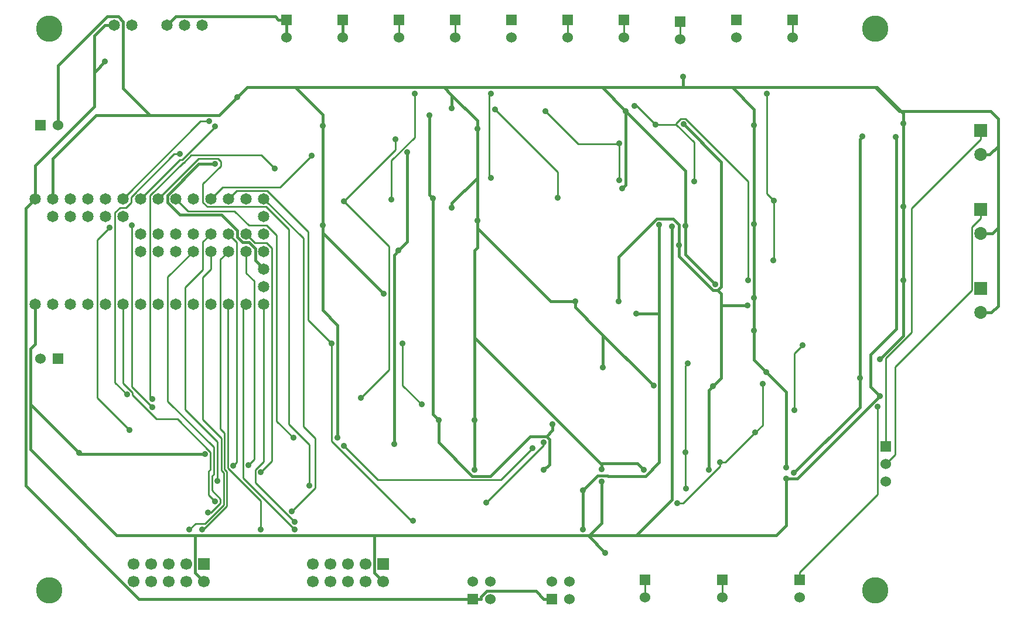
<source format=gbl>
%TF.GenerationSoftware,KiCad,Pcbnew,5.1.7-a382d34a8~87~ubuntu18.04.1*%
%TF.CreationDate,2021-02-16T09:57:15-08:00*%
%TF.ProjectId,potentiostat,706f7465-6e74-4696-9f73-7461742e6b69,rev?*%
%TF.SameCoordinates,Original*%
%TF.FileFunction,Copper,L2,Bot*%
%TF.FilePolarity,Positive*%
%FSLAX46Y46*%
G04 Gerber Fmt 4.6, Leading zero omitted, Abs format (unit mm)*
G04 Created by KiCad (PCBNEW 5.1.7-a382d34a8~87~ubuntu18.04.1) date 2021-02-16 09:57:15*
%MOMM*%
%LPD*%
G01*
G04 APERTURE LIST*
%TA.AperFunction,ComponentPad*%
%ADD10R,1.524000X1.524000*%
%TD*%
%TA.AperFunction,ComponentPad*%
%ADD11C,1.524000*%
%TD*%
%TA.AperFunction,ComponentPad*%
%ADD12C,1.854200*%
%TD*%
%TA.AperFunction,ComponentPad*%
%ADD13R,1.854200X1.854200*%
%TD*%
%TA.AperFunction,ComponentPad*%
%ADD14C,1.700000*%
%TD*%
%TA.AperFunction,ComponentPad*%
%ADD15R,1.700000X1.700000*%
%TD*%
%TA.AperFunction,ComponentPad*%
%ADD16C,1.650000*%
%TD*%
%TA.AperFunction,ComponentPad*%
%ADD17C,3.810000*%
%TD*%
%TA.AperFunction,ComponentPad*%
%ADD18C,1.651000*%
%TD*%
%TA.AperFunction,ViaPad*%
%ADD19C,0.889000*%
%TD*%
%TA.AperFunction,Conductor*%
%ADD20C,0.381000*%
%TD*%
%TA.AperFunction,Conductor*%
%ADD21C,0.254000*%
%TD*%
G04 APERTURE END LIST*
D10*
%TO.P,P5,1*%
%TO.N,/AGND*%
X53340000Y-68580000D03*
D11*
%TO.P,P5,2*%
X55880000Y-68580000D03*
%TD*%
D10*
%TO.P,K1,1*%
%TO.N,/CTR_ELECT_OUT*%
X175514000Y-115062000D03*
D11*
%TO.P,K1,2*%
%TO.N,/REF_ELECT_OUT*%
X175514000Y-117602000D03*
%TO.P,K1,3*%
%TO.N,/WRK_ELECT_OUT*%
X175514000Y-120142000D03*
%TD*%
D12*
%TO.P,P1,2*%
%TO.N,/AGND*%
X189230000Y-72870060D03*
D13*
%TO.P,P1,1*%
%TO.N,/CTR_ELECT_OUT*%
X189230000Y-69369940D03*
%TD*%
D12*
%TO.P,P2,2*%
%TO.N,/AGND*%
X189230000Y-84300060D03*
D13*
%TO.P,P2,1*%
%TO.N,/REF_ELECT_OUT*%
X189230000Y-80799940D03*
%TD*%
D12*
%TO.P,P3,2*%
%TO.N,/AGND*%
X189230000Y-95730060D03*
D13*
%TO.P,P3,1*%
%TO.N,/WRK_ELECT_OUT*%
X189230000Y-92229940D03*
%TD*%
D14*
%TO.P,P14,10*%
%TO.N,/D31*%
X66802000Y-134620000D03*
%TO.P,P14,9*%
%TO.N,/D30*%
X66802000Y-132080000D03*
%TO.P,P14,8*%
%TO.N,/D29*%
X69342000Y-134620000D03*
%TO.P,P14,7*%
%TO.N,/D28*%
X69342000Y-132080000D03*
%TO.P,P14,6*%
%TO.N,/D27*%
X71882000Y-134620000D03*
%TO.P,P14,5*%
%TO.N,/D26*%
X71882000Y-132080000D03*
%TO.P,P14,4*%
%TO.N,/D25*%
X74422000Y-134620000D03*
%TO.P,P14,3*%
%TO.N,/D24*%
X74422000Y-132080000D03*
%TO.P,P14,2*%
%TO.N,/GND*%
X76962000Y-134620000D03*
D15*
%TO.P,P14,1*%
%TO.N,/VEXP*%
X76962000Y-132080000D03*
%TD*%
D14*
%TO.P,P13,10*%
%TO.N,/CS*%
X92710000Y-134620000D03*
%TO.P,P13,9*%
%TO.N,/SCK*%
X92710000Y-132080000D03*
%TO.P,P13,8*%
%TO.N,/MOSI*%
X95250000Y-134620000D03*
%TO.P,P13,7*%
%TO.N,/MISO*%
X95250000Y-132080000D03*
%TO.P,P13,6*%
%TO.N,/SDA*%
X97790000Y-134620000D03*
%TO.P,P13,5*%
%TO.N,/SCL*%
X97790000Y-132080000D03*
%TO.P,P13,4*%
%TO.N,/D4*%
X100330000Y-134620000D03*
%TO.P,P13,3*%
%TO.N,/D3*%
X100330000Y-132080000D03*
%TO.P,P13,2*%
%TO.N,/GND*%
X102870000Y-134620000D03*
D15*
%TO.P,P13,1*%
%TO.N,/VUEXT*%
X102870000Y-132080000D03*
%TD*%
D16*
%TO.P,U2,*%
%TO.N,*%
X57658000Y-81788000D03*
%TO.P,U2,51*%
%TO.N,Net-(U2-Pad51)*%
X55118000Y-81788000D03*
%TO.P,U2,50*%
%TO.N,Net-(U2-Pad50)*%
X60198000Y-81788000D03*
%TO.P,U2,49*%
%TO.N,Net-(U2-Pad49)*%
X62738000Y-81788000D03*
%TO.P,U2,48*%
%TO.N,Net-(U2-Pad48)*%
X65278000Y-81788000D03*
%TO.P,U2,47*%
%TO.N,Net-(U2-Pad47)*%
X67818000Y-84328000D03*
%TO.P,U2,46*%
%TO.N,Net-(U2-Pad46)*%
X70358000Y-84328000D03*
%TO.P,U2,45*%
%TO.N,Net-(U2-Pad45)*%
X72898000Y-84328000D03*
%TO.P,U2,44*%
%TO.N,Net-(U2-Pad44)*%
X75438000Y-84328000D03*
%TO.P,U2,43*%
%TO.N,/D31*%
X77978000Y-84328000D03*
%TO.P,U2,42*%
%TO.N,/D30*%
X80518000Y-84328000D03*
%TO.P,U2,41*%
%TO.N,/D29*%
X83058000Y-84328000D03*
%TO.P,U2,40*%
%TO.N,/D28*%
X83058000Y-86868000D03*
%TO.P,U2,39*%
%TO.N,/D27*%
X80518000Y-86868000D03*
%TO.P,U2,38*%
%TO.N,/D26*%
X77978000Y-86868000D03*
%TO.P,U2,37*%
%TO.N,/D25*%
X75438000Y-86868000D03*
%TO.P,U2,36*%
%TO.N,/D24*%
X72898000Y-86868000D03*
%TO.P,U2,35*%
%TO.N,Net-(U2-Pad35)*%
X70358000Y-86868000D03*
%TO.P,U2,34*%
%TO.N,Net-(U2-Pad34)*%
X67818000Y-86868000D03*
%TO.P,U2,33*%
%TO.N,/5V*%
X52578000Y-79248000D03*
%TO.P,U2,32*%
%TO.N,/AGND*%
X55118000Y-79248000D03*
%TO.P,U2,31*%
%TO.N,Net-(U2-Pad31)*%
X57658000Y-79248000D03*
%TO.P,U2,30*%
%TO.N,Net-(U2-Pad30)*%
X60198000Y-79248000D03*
%TO.P,U2,29*%
%TO.N,Net-(U2-Pad29)*%
X62738000Y-79248000D03*
%TO.P,U2,28*%
%TO.N,/REF_GAIN_A1*%
X65278000Y-79248000D03*
%TO.P,U2,27*%
%TO.N,/REF_GAIN_A0*%
X67818000Y-79248000D03*
%TO.P,U2,26*%
%TO.N,/SCL*%
X70358000Y-79248000D03*
%TO.P,U2,25*%
%TO.N,/SDA*%
X72898000Y-79248000D03*
%TO.P,U2,24*%
%TO.N,Net-(U2-Pad24)*%
X75438000Y-79248000D03*
%TO.P,U2,23*%
%TO.N,/REF_ELECT_UNI*%
X77978000Y-79248000D03*
%TO.P,U2,22*%
%TO.N,/TIA_OUT_UNI*%
X80518000Y-79248000D03*
%TO.P,U2,21*%
%TO.N,Net-(U2-Pad21)*%
X83058000Y-79248000D03*
%TO.P,U2,20*%
%TO.N,/SCK*%
X85598000Y-79248000D03*
%TO.P,U2,19*%
%TO.N,/DAC_UNI*%
X85598000Y-81788000D03*
%TO.P,U2,18*%
%TO.N,Net-(U2-Pad18)*%
X85598000Y-84328000D03*
%TO.P,U2,17*%
%TO.N,/GND*%
X85598000Y-86868000D03*
%TO.P,U2,16*%
%TO.N,/3V3*%
X85598000Y-89408000D03*
%TO.P,U2,15*%
%TO.N,Net-(U2-Pad15)*%
X85598000Y-91948000D03*
%TO.P,U2,14*%
%TO.N,/MISO*%
X85598000Y-94488000D03*
%TO.P,U2,13*%
%TO.N,/MOSI*%
X83058000Y-94488000D03*
%TO.P,U2,12*%
%TO.N,/CS*%
X80518000Y-94488000D03*
%TO.P,U2,11*%
%TO.N,/SW_WRK_ELECT*%
X77978000Y-94488000D03*
%TO.P,U2,10*%
%TO.N,/SW_REF_ELECT*%
X75438000Y-94488000D03*
%TO.P,U2,9*%
%TO.N,/SW_CTR_ELECT*%
X72898000Y-94488000D03*
%TO.P,U2,8*%
%TO.N,/TIA_GAIN_A1*%
X70358000Y-94488000D03*
%TO.P,U2,7*%
%TO.N,/TIA_GAIN_A0*%
X67818000Y-94488000D03*
%TO.P,U2,6*%
%TO.N,/D4*%
X65278000Y-94488000D03*
%TO.P,U2,5*%
%TO.N,/D3*%
X62738000Y-94488000D03*
%TO.P,U2,4*%
%TO.N,Net-(U2-Pad4)*%
X60198000Y-94488000D03*
%TO.P,U2,3*%
%TO.N,/DAC_GAIN_A1*%
X57658000Y-94488000D03*
%TO.P,U2,2*%
%TO.N,/DAC_GAIN_A0*%
X55118000Y-94488000D03*
%TO.P,U2,1*%
%TO.N,/GND*%
X52578000Y-94488000D03*
%TD*%
D10*
%TO.P,P7,1*%
%TO.N,/DAC_BIP*%
X129540000Y-53340000D03*
D11*
%TO.P,P7,2*%
X129540000Y-55880000D03*
%TD*%
D10*
%TO.P,P9,1*%
%TO.N,/DAC_BIP_NX*%
X137668000Y-53340000D03*
D11*
%TO.P,P9,2*%
X137668000Y-55880000D03*
%TD*%
D10*
%TO.P,P20,1*%
%TO.N,/CTR_ELECT*%
X163068000Y-134366000D03*
D11*
%TO.P,P20,2*%
X163068000Y-136906000D03*
%TD*%
%TO.P,P21,2*%
%TO.N,/REF_ELECT_UNI*%
X145796000Y-56134000D03*
D10*
%TO.P,P21,1*%
X145796000Y-53594000D03*
%TD*%
%TO.P,P19,1*%
%TO.N,/REF_ELECT_BUF*%
X153924000Y-53340000D03*
D11*
%TO.P,P19,2*%
X153924000Y-55880000D03*
%TD*%
D10*
%TO.P,P6,1*%
%TO.N,/DAC_UNI*%
X121412000Y-53340000D03*
D11*
%TO.P,P6,2*%
X121412000Y-55880000D03*
%TD*%
D10*
%TO.P,P10,1*%
%TO.N,/REF_0V6*%
X105156000Y-53340000D03*
D11*
%TO.P,P10,2*%
X105156000Y-55880000D03*
%TD*%
D10*
%TO.P,P12,1*%
%TO.N,/+15V*%
X97028000Y-53340000D03*
D11*
%TO.P,P12,2*%
X97028000Y-55880000D03*
%TD*%
D10*
%TO.P,P11,1*%
%TO.N,/-15V*%
X88900000Y-53340000D03*
D11*
%TO.P,P11,2*%
X88900000Y-55880000D03*
%TD*%
D10*
%TO.P,P4,1*%
%TO.N,/GND*%
X55880000Y-102362000D03*
D11*
%TO.P,P4,2*%
X53340000Y-102362000D03*
%TD*%
D10*
%TO.P,P18,1*%
%TO.N,/TIA_OUT_UNI*%
X140716000Y-134366000D03*
D11*
%TO.P,P18,2*%
X140716000Y-136906000D03*
%TD*%
D10*
%TO.P,P17,1*%
%TO.N,/TIA_OUT_BIP*%
X151892000Y-134366000D03*
D11*
%TO.P,P17,2*%
X151892000Y-136906000D03*
%TD*%
D10*
%TO.P,P8,1*%
%TO.N,/REF_NEG_0V6*%
X113284000Y-53340000D03*
D11*
%TO.P,P8,2*%
X113284000Y-55880000D03*
%TD*%
D10*
%TO.P,P16,1*%
%TO.N,/5V*%
X127254000Y-137160000D03*
D11*
%TO.P,P16,2*%
%TO.N,/VEXP*%
X127254000Y-134620000D03*
%TO.P,P16,3*%
%TO.N,/3V3*%
X129794000Y-137160000D03*
%TO.P,P16,4*%
%TO.N,/VEXP*%
X129794000Y-134620000D03*
%TD*%
D10*
%TO.P,P15,1*%
%TO.N,/5V*%
X115824000Y-137160000D03*
D11*
%TO.P,P15,2*%
%TO.N,/VUEXT*%
X115824000Y-134620000D03*
%TO.P,P15,3*%
%TO.N,/3V3*%
X118364000Y-137160000D03*
%TO.P,P15,4*%
%TO.N,/VUEXT*%
X118364000Y-134620000D03*
%TD*%
D17*
%TO.P,H3,*%
%TO.N,*%
X173990000Y-135890000D03*
%TD*%
%TO.P,H4,*%
%TO.N,*%
X54610000Y-135890000D03*
%TD*%
%TO.P,H1,*%
%TO.N,*%
X54610000Y-54610000D03*
%TD*%
%TO.P,H2,*%
%TO.N,*%
X173990000Y-54610000D03*
%TD*%
D18*
%TO.P,U6,1*%
%TO.N,/5V*%
X64008000Y-54102000D03*
%TO.P,U6,2*%
%TO.N,/GND*%
X66548000Y-54102000D03*
%TO.P,U6,4*%
%TO.N,/-15V*%
X71628000Y-54102000D03*
%TO.P,U6,5*%
%TO.N,/GND*%
X74168000Y-54102000D03*
%TO.P,U6,6*%
%TO.N,/+15V*%
X76708000Y-54102000D03*
%TD*%
D10*
%TO.P,P22,1*%
%TO.N,/REF_ELECT_BIP*%
X162052000Y-53340000D03*
D11*
%TO.P,P22,2*%
X162052000Y-55880000D03*
%TD*%
D19*
%TO.N,/3V3*%
X162229500Y-118895000D03*
X131732500Y-121395900D03*
X131732500Y-127097600D03*
X139429000Y-95893800D03*
X142761400Y-83006300D03*
X171751100Y-105157100D03*
X172149700Y-70231000D03*
X78598400Y-74205700D03*
%TO.N,/5V*%
X62664800Y-59395600D03*
%TO.N,/AGND*%
X161087000Y-118110000D03*
X140513000Y-118466000D03*
X134620000Y-103632000D03*
X141935000Y-106274000D03*
X174650000Y-102464000D03*
X158191000Y-104292000D03*
X156464000Y-98298000D03*
X150876000Y-91592400D03*
X130607000Y-94081600D03*
X134417000Y-118364000D03*
X116078000Y-118466000D03*
X116078000Y-111252000D03*
X96266000Y-113792000D03*
X102921000Y-92964000D03*
X112776000Y-80518000D03*
X112776000Y-66167000D03*
X156464000Y-93599000D03*
X156464000Y-82931000D03*
X178054000Y-91059000D03*
X178054000Y-80391000D03*
X137414000Y-77724000D03*
X137922000Y-66548000D03*
X146558000Y-83185000D03*
X146177000Y-61595000D03*
X156464000Y-68580000D03*
X116459000Y-82423000D03*
X94107000Y-83058000D03*
X116459000Y-69088000D03*
X94107000Y-68707000D03*
X81788000Y-64516000D03*
X178054000Y-68326000D03*
%TO.N,/CS*%
X85182600Y-127092600D03*
%TO.N,/CTR_ELECT*%
X174310200Y-109323600D03*
%TO.N,/D25*%
X77554000Y-124659900D03*
%TO.N,/D26*%
X74857400Y-127105600D03*
%TO.N,/D27*%
X76668200Y-127119300D03*
%TO.N,/D28*%
X83392600Y-117788000D03*
%TO.N,/D29*%
X85155200Y-118827400D03*
%TO.N,/D30*%
X81181300Y-117858800D03*
%TO.N,/D31*%
X78917700Y-120110000D03*
%TO.N,/DAC_BIP*%
X119023200Y-66304600D03*
X128096200Y-79087300D03*
%TO.N,/DAC_BIP_NX*%
X139175300Y-65803000D03*
X142222000Y-68519000D03*
X155623700Y-91059000D03*
X147783300Y-76767200D03*
%TO.N,/DAC_UNI*%
X118400900Y-64024200D03*
X118405800Y-76181900D03*
%TO.N,/GND*%
X176936000Y-70256400D03*
X144628000Y-83210400D03*
X174650000Y-107798000D03*
X161138000Y-119736000D03*
X134976000Y-130454000D03*
X134468000Y-120142000D03*
X77114400Y-116180000D03*
X58877200Y-115976000D03*
%TO.N,/MISO*%
X90045500Y-125970000D03*
%TO.N,/MOSI*%
X90036600Y-127098100D03*
%TO.N,/REF_0V6*%
X107425400Y-64027500D03*
X104085600Y-79385900D03*
%TO.N,/REF_ELECT_BUF*%
X158338300Y-63986000D03*
X159274800Y-88190800D03*
X159350600Y-79530600D03*
%TO.N,/REF_ELECT_UNI*%
X92516100Y-73001700D03*
%TO.N,/SCK*%
X89649200Y-124469600D03*
%TO.N,/SCL*%
X92176600Y-120788700D03*
%TO.N,/SDA*%
X89882700Y-113821400D03*
%TO.N,/TIA_OUT_UNI*%
X107219700Y-125841800D03*
X95418100Y-100203000D03*
%TO.N,/WRK_ELECT*%
X145398500Y-123329100D03*
X151572800Y-117358700D03*
X156658900Y-113026600D03*
X157683900Y-105994400D03*
%TO.N,/-15V*%
X155534900Y-94699900D03*
X146263800Y-68432000D03*
X104449300Y-114760000D03*
X136936700Y-94107000D03*
X106362600Y-72534500D03*
X145593000Y-85945000D03*
X105076400Y-86743000D03*
X149920100Y-118491000D03*
X150504300Y-106369400D03*
%TO.N,/+15V*%
X127326600Y-111871000D03*
X126070700Y-118491000D03*
X110066300Y-79150700D03*
X110903900Y-111252000D03*
X109592200Y-67158300D03*
%TO.N,Net-(C30-Pad1)*%
X105633300Y-100203000D03*
X108414600Y-109013900D03*
%TO.N,/REF_NEG_0V6*%
X99632000Y-108050700D03*
X104656700Y-70621900D03*
X97180200Y-79605700D03*
%TO.N,/D4*%
X78557300Y-122996100D03*
%TO.N,Net-(R10-Pad2)*%
X137002600Y-71184700D03*
X137002500Y-76586800D03*
X126286800Y-66548000D03*
%TO.N,/SW_GAIN_1X*%
X65857800Y-107572600D03*
X73524100Y-72778200D03*
%TO.N,/SW_GAIN_2X*%
X69480700Y-108230800D03*
X87190000Y-74892000D03*
%TO.N,/SW_GAIN_5X*%
X69543900Y-109418100D03*
X66548000Y-83058000D03*
%TO.N,/SW_GAIN_10X*%
X66189600Y-112706600D03*
X63333200Y-83432700D03*
%TO.N,/REF_GAIN_A1*%
X77742500Y-68046100D03*
%TO.N,/REF_GAIN_A0*%
X78555500Y-68796000D03*
%TO.N,/SW_CTR_ELECT*%
X162325500Y-109829500D03*
X163511700Y-100457000D03*
%TO.N,/SW_TIA_GAIN_4*%
X117731500Y-123233700D03*
X126055800Y-114481300D03*
%TO.N,Net-(U7-Pad10)*%
X146626900Y-121178700D03*
X146846500Y-103039600D03*
X146516200Y-115951000D03*
%TO.N,/SW_TIA_GAIN_1*%
X97195100Y-115007300D03*
X124444700Y-115316000D03*
%TD*%
D20*
%TO.N,/3V3*%
X171751100Y-105157100D02*
X171751100Y-109373400D01*
X171751100Y-109373400D02*
X162229500Y-118895000D01*
X142761400Y-95893800D02*
X139429000Y-95893800D01*
X131732500Y-121395900D02*
X131732500Y-127097600D01*
X142761400Y-95893800D02*
X142773500Y-95905900D01*
X142773500Y-95905900D02*
X142773500Y-117405500D01*
X142773500Y-117405500D02*
X140810900Y-119368100D01*
X140810900Y-119368100D02*
X135370100Y-119368100D01*
X135370100Y-119368100D02*
X135300900Y-119298900D01*
X135300900Y-119298900D02*
X133829500Y-119298900D01*
X133829500Y-119298900D02*
X131732500Y-121395900D01*
X85598000Y-89408000D02*
X84378900Y-88188900D01*
X84378900Y-88188900D02*
X84378900Y-86445700D01*
X84378900Y-86445700D02*
X83480300Y-85547100D01*
X83480300Y-85547100D02*
X82546500Y-85547100D01*
X82546500Y-85547100D02*
X81788000Y-84788600D01*
X81788000Y-84788600D02*
X81788000Y-83843800D01*
X81788000Y-83843800D02*
X79480800Y-81536600D01*
X79480800Y-81536600D02*
X73456600Y-81536600D01*
X73456600Y-81536600D02*
X71679000Y-79759000D01*
X71679000Y-79759000D02*
X71679000Y-78719300D01*
X71679000Y-78719300D02*
X76192600Y-74205700D01*
X76192600Y-74205700D02*
X78598400Y-74205700D01*
X172149700Y-70231000D02*
X171751100Y-70629600D01*
X171751100Y-70629600D02*
X171751100Y-105157100D01*
X142761400Y-95893800D02*
X142761400Y-83006300D01*
%TO.N,/5V*%
X115824000Y-137160000D02*
X67577900Y-137160000D01*
X67577900Y-137160000D02*
X51204100Y-120786200D01*
X51204100Y-120786200D02*
X51204100Y-80621900D01*
X51204100Y-80621900D02*
X52578000Y-79248000D01*
X116402000Y-137160000D02*
X115824000Y-137160000D01*
X116402000Y-137160000D02*
X116980000Y-137160000D01*
X127254000Y-137160000D02*
X126098000Y-137160000D01*
X116980000Y-137160000D02*
X116980000Y-136871000D01*
X116980000Y-136871000D02*
X117847000Y-136004000D01*
X117847000Y-136004000D02*
X124942000Y-136004000D01*
X124942000Y-136004000D02*
X126098000Y-137160000D01*
X61087000Y-60769500D02*
X61290900Y-60769500D01*
X61290900Y-60769500D02*
X62664800Y-59395600D01*
X61087000Y-60769500D02*
X61087000Y-55626000D01*
X61087000Y-55626000D02*
X62611000Y-54102000D01*
X62611000Y-54102000D02*
X64008000Y-54102000D01*
X52578000Y-79248000D02*
X52578000Y-74422000D01*
X52578000Y-74422000D02*
X61087000Y-65913000D01*
X61087000Y-65913000D02*
X61087000Y-60769500D01*
%TO.N,/AGND*%
X69180200Y-67183000D02*
X65278000Y-63280800D01*
X65278000Y-63280800D02*
X65278000Y-53574900D01*
X65278000Y-53574900D02*
X64567500Y-52864400D01*
X64567500Y-52864400D02*
X63019100Y-52864400D01*
X63019100Y-52864400D02*
X55880000Y-60003500D01*
X55880000Y-60003500D02*
X55880000Y-68580000D01*
X69180200Y-67183000D02*
X79121000Y-67183000D01*
X79121000Y-67183000D02*
X81788000Y-64516000D01*
X55118000Y-79248000D02*
X55118000Y-73406000D01*
X55118000Y-73406000D02*
X61341000Y-67183000D01*
X61341000Y-67183000D02*
X69180200Y-67183000D01*
X128626000Y-94081600D02*
X129388000Y-94081600D01*
X116459000Y-83489800D02*
X127051000Y-94081600D01*
X127051000Y-94081600D02*
X128626000Y-94081600D01*
X134493000Y-63119000D02*
X134366000Y-63119000D01*
X146177000Y-63119000D02*
X134493000Y-63119000D01*
X173990000Y-63119000D02*
X153289000Y-63119000D01*
X177673000Y-66548000D02*
X174244000Y-63119000D01*
X174244000Y-63119000D02*
X173990000Y-63119000D01*
X177673000Y-66548000D02*
X190627000Y-66548000D01*
X190627000Y-66548000D02*
X191770000Y-67691000D01*
X191770000Y-67691000D02*
X191770000Y-71628000D01*
X173990000Y-63119000D02*
X177419000Y-66548000D01*
X177419000Y-66548000D02*
X177673000Y-66548000D01*
X178054000Y-68326000D02*
X178054000Y-66929000D01*
X178054000Y-66929000D02*
X177673000Y-66548000D01*
X112776000Y-64262500D02*
X112712000Y-64198500D01*
X116459000Y-69088000D02*
X116459000Y-67945000D01*
X116459000Y-67945000D02*
X112776000Y-64262500D01*
X112776000Y-66167000D02*
X112776000Y-64262500D01*
X94107000Y-84150200D02*
X94107000Y-83058000D01*
X96266000Y-113792000D02*
X96266000Y-97536000D01*
X96266000Y-97536000D02*
X94107000Y-95377000D01*
X94107000Y-95377000D02*
X94107000Y-84150200D01*
X116459000Y-83489800D02*
X116459000Y-82423000D01*
X161087000Y-118110000D02*
X161087000Y-107188000D01*
X161087000Y-107188000D02*
X158191000Y-104292000D01*
X134417000Y-118364000D02*
X134417000Y-117704000D01*
X134417000Y-117704000D02*
X134239000Y-117526000D01*
X134239000Y-117526000D02*
X116078000Y-99364800D01*
X140513000Y-118466000D02*
X139573000Y-117526000D01*
X139573000Y-117526000D02*
X134239000Y-117526000D01*
X141935000Y-106274000D02*
X133960000Y-98298000D01*
X133960000Y-98298000D02*
X130607000Y-94945200D01*
X130607000Y-94945200D02*
X130607000Y-94081600D01*
X134620000Y-103632000D02*
X134620000Y-98958400D01*
X134620000Y-98958400D02*
X133960000Y-98298000D01*
X174650000Y-102464000D02*
X178054000Y-99060000D01*
X178054000Y-99060000D02*
X178054000Y-91059000D01*
X156464000Y-98298000D02*
X156464000Y-102565000D01*
X156464000Y-102565000D02*
X158191000Y-104292000D01*
X156464000Y-93599000D02*
X156464000Y-98298000D01*
X150876000Y-91592400D02*
X146558000Y-87274400D01*
X146558000Y-87274400D02*
X146558000Y-83185000D01*
X130607000Y-94081600D02*
X129388000Y-94081600D01*
X116459000Y-82423000D02*
X116459000Y-83489800D01*
X116078000Y-111252000D02*
X116078000Y-99364800D01*
X116078000Y-99364800D02*
X116078000Y-86715600D01*
X116078000Y-86715600D02*
X116459000Y-86334600D01*
X116459000Y-86334600D02*
X116459000Y-83489800D01*
X116078000Y-111252000D02*
X116078000Y-118466000D01*
X102921000Y-92964000D02*
X94107000Y-84150200D01*
X94107000Y-84150200D02*
X94107000Y-83058000D01*
X116459000Y-69088000D02*
X116459000Y-76200000D01*
X116459000Y-76200000D02*
X116459000Y-82423000D01*
X112776000Y-80518000D02*
X112776000Y-79883000D01*
X112776000Y-79883000D02*
X116459000Y-76200000D01*
X112712000Y-64198500D02*
X111633000Y-63119000D01*
X112776000Y-64262500D02*
X112776000Y-64262000D01*
X112776000Y-64262000D02*
X112712000Y-64198500D01*
X156464000Y-82931000D02*
X156464000Y-93599000D01*
X156464000Y-68580000D02*
X156464000Y-82931000D01*
X178054000Y-80391000D02*
X178054000Y-91059000D01*
X178054000Y-68326000D02*
X178054000Y-80391000D01*
X191770000Y-83439000D02*
X191770000Y-94742000D01*
X191770000Y-94742000D02*
X190782000Y-95730100D01*
X190782000Y-95730100D02*
X189230000Y-95730100D01*
X191770000Y-83439000D02*
X190909000Y-84300100D01*
X190909000Y-84300100D02*
X189230000Y-84300100D01*
X191770000Y-71628000D02*
X191770000Y-83439000D01*
X191770000Y-71628000D02*
X190528000Y-72870100D01*
X190528000Y-72870100D02*
X189230000Y-72870100D01*
X137922000Y-66548000D02*
X137922000Y-77216000D01*
X137922000Y-77216000D02*
X137414000Y-77724000D01*
X134366000Y-63119000D02*
X111633000Y-63119000D01*
X137922000Y-66548000D02*
X134493000Y-63119000D01*
X134493000Y-63119000D02*
X134366000Y-63119000D01*
X146558000Y-83185000D02*
X146558000Y-75184000D01*
X146558000Y-75184000D02*
X137922000Y-66548000D01*
X153289000Y-63119000D02*
X146177000Y-63119000D01*
X146177000Y-61595000D02*
X146177000Y-63119000D01*
X156464000Y-68580000D02*
X156464000Y-66294000D01*
X156464000Y-66294000D02*
X153289000Y-63119000D01*
X94107000Y-68707000D02*
X94107000Y-83058000D01*
X111633000Y-63119000D02*
X90170000Y-63119000D01*
X90170000Y-63119000D02*
X83185000Y-63119000D01*
X83185000Y-63119000D02*
X81788000Y-64516000D01*
X94107000Y-68707000D02*
X94107000Y-67056000D01*
X94107000Y-67056000D02*
X90170000Y-63119000D01*
D21*
%TO.N,/CS*%
X80518000Y-94488000D02*
X80406300Y-94599700D01*
X80406300Y-94599700D02*
X80406300Y-118179800D01*
X80406300Y-118179800D02*
X85182600Y-122956100D01*
X85182600Y-122956100D02*
X85182600Y-127092600D01*
%TO.N,/CTR_ELECT*%
X163068000Y-133273500D02*
X174310200Y-122031300D01*
X174310200Y-122031300D02*
X174310200Y-109323600D01*
X163068000Y-134366000D02*
X163068000Y-133273500D01*
%TO.N,/D25*%
X75438000Y-86868000D02*
X71742000Y-90564000D01*
X71742000Y-90564000D02*
X71742000Y-108519500D01*
X71742000Y-108519500D02*
X78383500Y-115161000D01*
X78383500Y-115161000D02*
X78383500Y-119093800D01*
X78383500Y-119093800D02*
X78118000Y-119359300D01*
X78118000Y-119359300D02*
X78118000Y-121460700D01*
X78118000Y-121460700D02*
X79332300Y-122675000D01*
X79332300Y-122675000D02*
X79332300Y-123317200D01*
X79332300Y-123317200D02*
X77989600Y-124659900D01*
X77989600Y-124659900D02*
X77554000Y-124659900D01*
%TO.N,/D26*%
X77978000Y-86868000D02*
X77978000Y-89395800D01*
X77978000Y-89395800D02*
X76787400Y-90586400D01*
X76787400Y-90586400D02*
X76787400Y-111226200D01*
X76787400Y-111226200D02*
X79491300Y-113930100D01*
X79491300Y-113930100D02*
X79491300Y-118558800D01*
X79491300Y-118558800D02*
X79799900Y-118867400D01*
X79799900Y-118867400D02*
X79799900Y-123533200D01*
X79799900Y-123533200D02*
X77100800Y-126232300D01*
X77100800Y-126232300D02*
X75730700Y-126232300D01*
X75730700Y-126232300D02*
X74857400Y-127105600D01*
%TO.N,/D27*%
X80518000Y-86868000D02*
X79361200Y-88024800D01*
X79361200Y-88024800D02*
X79361200Y-112506000D01*
X79361200Y-112506000D02*
X79948800Y-113093600D01*
X79948800Y-113093600D02*
X79948800Y-118369300D01*
X79948800Y-118369300D02*
X80257600Y-118678100D01*
X80257600Y-118678100D02*
X80257600Y-123745100D01*
X80257600Y-123745100D02*
X76883400Y-127119300D01*
X76883400Y-127119300D02*
X76668200Y-127119300D01*
%TO.N,/D28*%
X83058000Y-86868000D02*
X83058000Y-90000400D01*
X83058000Y-90000400D02*
X84214700Y-91157100D01*
X84214700Y-91157100D02*
X84214700Y-116965900D01*
X84214700Y-116965900D02*
X83392600Y-117788000D01*
%TO.N,/D29*%
X83058000Y-84328000D02*
X84328000Y-85598000D01*
X84328000Y-85598000D02*
X85995600Y-85598000D01*
X85995600Y-85598000D02*
X86768300Y-86370700D01*
X86768300Y-86370700D02*
X86768300Y-117214300D01*
X86768300Y-117214300D02*
X85155200Y-118827400D01*
%TO.N,/D30*%
X80518000Y-84328000D02*
X81712200Y-85522200D01*
X81712200Y-85522200D02*
X81712200Y-117327900D01*
X81712200Y-117327900D02*
X81181300Y-117858800D01*
%TO.N,/D31*%
X77978000Y-84328000D02*
X76822400Y-85483600D01*
X76822400Y-85483600D02*
X76822400Y-89492500D01*
X76822400Y-89492500D02*
X74271400Y-92043500D01*
X74271400Y-92043500D02*
X74271400Y-109777400D01*
X74271400Y-109777400D02*
X78917700Y-114423700D01*
X78917700Y-114423700D02*
X78917700Y-120110000D01*
%TO.N,/DAC_BIP*%
X119023200Y-66304600D02*
X128096200Y-75377600D01*
X128096200Y-75377600D02*
X128096200Y-79087300D01*
X129540000Y-55880000D02*
X129540000Y-53340000D01*
%TO.N,/DAC_BIP_NX*%
X142222000Y-68519000D02*
X139506000Y-65803000D01*
X139506000Y-65803000D02*
X139175300Y-65803000D01*
X145216900Y-68519000D02*
X142222000Y-68519000D01*
X147783300Y-76767200D02*
X147783300Y-71085400D01*
X147783300Y-71085400D02*
X145216900Y-68519000D01*
X145216900Y-68519000D02*
X145216900Y-68315700D01*
X145216900Y-68315700D02*
X145894000Y-67638600D01*
X145894000Y-67638600D02*
X146577400Y-67638600D01*
X146577400Y-67638600D02*
X155623700Y-76684900D01*
X155623700Y-76684900D02*
X155623700Y-91059000D01*
X137668000Y-55880000D02*
X137668000Y-53340000D01*
%TO.N,/DAC_UNI*%
X118400900Y-64024200D02*
X118212000Y-64213100D01*
X118212000Y-64213100D02*
X118212000Y-75988100D01*
X118212000Y-75988100D02*
X118405800Y-76181900D01*
D20*
%TO.N,/GND*%
X75692000Y-127965000D02*
X75692000Y-133350000D01*
X75692000Y-133350000D02*
X76962000Y-134620000D01*
X75692000Y-127965000D02*
X64363600Y-127965000D01*
X64363600Y-127965000D02*
X51866800Y-115468000D01*
X51866800Y-115468000D02*
X51866800Y-115062000D01*
X101600000Y-127965000D02*
X75692000Y-127965000D01*
X101600000Y-127965000D02*
X101600000Y-133350000D01*
X101600000Y-133350000D02*
X102870000Y-134620000D01*
X132283000Y-127965000D02*
X101600000Y-127965000D01*
X51866800Y-115062000D02*
X51866800Y-114960000D01*
X132486000Y-127965000D02*
X132283000Y-127965000D01*
X132639000Y-127965000D02*
X132486000Y-127965000D01*
X139446000Y-127965000D02*
X132639000Y-127965000D01*
X144628000Y-83210400D02*
X144628000Y-122784000D01*
X144628000Y-122784000D02*
X139446000Y-127965000D01*
X174650000Y-107798000D02*
X173330000Y-106477000D01*
X173330000Y-106477000D02*
X173330000Y-101803000D01*
X173330000Y-101803000D02*
X177038000Y-98094800D01*
X177038000Y-98094800D02*
X177038000Y-70358000D01*
X177038000Y-70358000D02*
X176936000Y-70256400D01*
X161138000Y-119736000D02*
X161138000Y-126492000D01*
X161138000Y-126492000D02*
X159664000Y-127965000D01*
X159664000Y-127965000D02*
X139446000Y-127965000D01*
X174650000Y-107798000D02*
X162712000Y-119736000D01*
X162712000Y-119736000D02*
X161138000Y-119736000D01*
X134976000Y-130454000D02*
X132486000Y-127965000D01*
X132486000Y-127965000D02*
X132283000Y-127965000D01*
X77114400Y-116180000D02*
X59080400Y-116180000D01*
X59080400Y-116180000D02*
X58877200Y-115976000D01*
X51866800Y-108966000D02*
X51866800Y-114960000D01*
X51866800Y-114960000D02*
X51866800Y-115062000D01*
X134468000Y-120142000D02*
X134468000Y-126136000D01*
X134468000Y-126136000D02*
X132639000Y-127965000D01*
X52578000Y-94488000D02*
X52578000Y-100228000D01*
X52578000Y-100228000D02*
X51866800Y-100940000D01*
X51866800Y-100940000D02*
X51866800Y-108966000D01*
X51866800Y-108966000D02*
X58877200Y-115976000D01*
D21*
%TO.N,/MISO*%
X85598000Y-94488000D02*
X85598000Y-117288600D01*
X85598000Y-117288600D02*
X84380200Y-118506400D01*
X84380200Y-118506400D02*
X84380200Y-120304700D01*
X84380200Y-120304700D02*
X90045500Y-125970000D01*
%TO.N,/MOSI*%
X90036600Y-127098100D02*
X82606900Y-119668400D01*
X82606900Y-119668400D02*
X82606900Y-94939100D01*
X82606900Y-94939100D02*
X83058000Y-94488000D01*
%TO.N,/REF_0V6*%
X104085600Y-79385900D02*
X104085600Y-73715400D01*
X104085600Y-73715400D02*
X107425400Y-70375600D01*
X107425400Y-70375600D02*
X107425400Y-64027500D01*
X105156000Y-55880000D02*
X105156000Y-53340000D01*
%TO.N,/REF_ELECT_BUF*%
X159350600Y-79530600D02*
X158338300Y-78518300D01*
X158338300Y-78518300D02*
X158338300Y-63986000D01*
X159350600Y-79530600D02*
X159350600Y-88115000D01*
X159350600Y-88115000D02*
X159274800Y-88190800D01*
%TO.N,/REF_ELECT_UNI*%
X77978000Y-79248000D02*
X79639900Y-77586100D01*
X79639900Y-77586100D02*
X87931700Y-77586100D01*
X87931700Y-77586100D02*
X92516100Y-73001700D01*
X145796000Y-53594000D02*
X145796000Y-56134000D01*
%TO.N,/SCK*%
X85598000Y-79248000D02*
X91316500Y-84966500D01*
X91316500Y-84966500D02*
X91316500Y-112202000D01*
X91316500Y-112202000D02*
X93002000Y-113887500D01*
X93002000Y-113887500D02*
X93002000Y-121116800D01*
X93002000Y-121116800D02*
X89649200Y-124469600D01*
%TO.N,/SCL*%
X92176600Y-120788700D02*
X92176600Y-114839200D01*
X92176600Y-114839200D02*
X89198400Y-111861000D01*
X89198400Y-111861000D02*
X89198400Y-83703500D01*
X89198400Y-83703500D02*
X85898500Y-80403600D01*
X85898500Y-80403600D02*
X77474300Y-80403600D01*
X77474300Y-80403600D02*
X76803800Y-79733100D01*
X76803800Y-79733100D02*
X76803800Y-77096300D01*
X76803800Y-77096300D02*
X79373400Y-74526700D01*
X79373400Y-74526700D02*
X79373400Y-73838500D01*
X79373400Y-73838500D02*
X78955100Y-73420200D01*
X78955100Y-73420200D02*
X76185800Y-73420200D01*
X76185800Y-73420200D02*
X70358000Y-79248000D01*
%TO.N,/SDA*%
X89882700Y-113821400D02*
X87466900Y-111405600D01*
X87466900Y-111405600D02*
X87466900Y-84526100D01*
X87466900Y-84526100D02*
X85998800Y-83058000D01*
X85998800Y-83058000D02*
X83437100Y-83058000D01*
X83437100Y-83058000D02*
X81394600Y-81015500D01*
X81394600Y-81015500D02*
X74665500Y-81015500D01*
X74665500Y-81015500D02*
X72898000Y-79248000D01*
%TO.N,/TIA_OUT_BIP*%
X151892000Y-136906000D02*
X151892000Y-134366000D01*
%TO.N,/TIA_OUT_UNI*%
X95418100Y-100203000D02*
X95418100Y-114326300D01*
X95418100Y-114326300D02*
X106933600Y-125841800D01*
X106933600Y-125841800D02*
X107219700Y-125841800D01*
X80518000Y-79248000D02*
X81722300Y-78043700D01*
X81722300Y-78043700D02*
X86092400Y-78043700D01*
X86092400Y-78043700D02*
X92026600Y-83977900D01*
X92026600Y-83977900D02*
X92026600Y-96811500D01*
X92026600Y-96811500D02*
X95418100Y-100203000D01*
X140716000Y-136906000D02*
X140716000Y-134366000D01*
%TO.N,/WRK_ELECT*%
X145398500Y-123329100D02*
X146186300Y-123329100D01*
X146186300Y-123329100D02*
X151572800Y-117942600D01*
X151572800Y-117942600D02*
X151572800Y-117358700D01*
X156658900Y-113026600D02*
X157683900Y-112001600D01*
X157683900Y-112001600D02*
X157683900Y-105994400D01*
X151572800Y-117358700D02*
X152326800Y-117358700D01*
X152326800Y-117358700D02*
X156658900Y-113026600D01*
D20*
%TO.N,/-15V*%
X88900000Y-53340000D02*
X87744000Y-53340000D01*
X87744000Y-53340000D02*
X87286400Y-52882400D01*
X87286400Y-52882400D02*
X72847600Y-52882400D01*
X72847600Y-52882400D02*
X71628000Y-54102000D01*
X88900000Y-55880000D02*
X88900000Y-53340000D01*
X151717900Y-94699900D02*
X151717900Y-92986200D01*
X151717900Y-92986200D02*
X151199400Y-92467700D01*
X150504300Y-106369400D02*
X151717900Y-105155800D01*
X151717900Y-105155800D02*
X151717900Y-94699900D01*
X151717900Y-94699900D02*
X155534900Y-94699900D01*
X151199400Y-92467700D02*
X151733600Y-91933500D01*
X151733600Y-91933500D02*
X151733600Y-73901800D01*
X151733600Y-73901800D02*
X146263800Y-68432000D01*
X145593000Y-85945000D02*
X145593000Y-87562200D01*
X145593000Y-87562200D02*
X150498500Y-92467700D01*
X150498500Y-92467700D02*
X151199400Y-92467700D01*
X105076400Y-86743000D02*
X104449300Y-87370100D01*
X104449300Y-87370100D02*
X104449300Y-114760000D01*
X106362600Y-72534500D02*
X106362600Y-85456800D01*
X106362600Y-85456800D02*
X105076400Y-86743000D01*
X145593000Y-85945000D02*
X145593000Y-82982200D01*
X145593000Y-82982200D02*
X144761200Y-82150400D01*
X144761200Y-82150400D02*
X142414800Y-82150400D01*
X142414800Y-82150400D02*
X136936700Y-87628500D01*
X136936700Y-87628500D02*
X136936700Y-94107000D01*
X150504300Y-106369400D02*
X149920100Y-106953600D01*
X149920100Y-106953600D02*
X149920100Y-118491000D01*
%TO.N,/+15V*%
X126443800Y-113626700D02*
X127326600Y-112743900D01*
X127326600Y-112743900D02*
X127326600Y-111871000D01*
X126443800Y-113626700D02*
X126894400Y-114077300D01*
X126894400Y-114077300D02*
X126894400Y-117667300D01*
X126894400Y-117667300D02*
X126070700Y-118491000D01*
X110903900Y-111252000D02*
X110903900Y-114502200D01*
X110903900Y-114502200D02*
X115759600Y-119357900D01*
X115759600Y-119357900D02*
X118349400Y-119357900D01*
X118349400Y-119357900D02*
X124080600Y-113626700D01*
X124080600Y-113626700D02*
X126443800Y-113626700D01*
X110066300Y-79150700D02*
X110066300Y-110414400D01*
X110066300Y-110414400D02*
X110903900Y-111252000D01*
X110066300Y-79150700D02*
X109592200Y-78676600D01*
X109592200Y-78676600D02*
X109592200Y-67158300D01*
X97028000Y-55880000D02*
X97028000Y-53340000D01*
D21*
%TO.N,Net-(C30-Pad1)*%
X108414600Y-109013900D02*
X105633300Y-106232600D01*
X105633300Y-106232600D02*
X105633300Y-100203000D01*
%TO.N,/REF_ELECT_OUT*%
X189230000Y-80799900D02*
X189230000Y-82057500D01*
X175514000Y-117602000D02*
X176872400Y-116243600D01*
X176872400Y-116243600D02*
X176872400Y-103534000D01*
X176872400Y-103534000D02*
X187972400Y-92434000D01*
X187972400Y-92434000D02*
X187972400Y-83315100D01*
X187972400Y-83315100D02*
X189230000Y-82057500D01*
%TO.N,/CTR_ELECT_OUT*%
X189230000Y-70627500D02*
X179264400Y-80593100D01*
X179264400Y-80593100D02*
X179264400Y-98586500D01*
X179264400Y-98586500D02*
X175514000Y-102336900D01*
X175514000Y-102336900D02*
X175514000Y-115062000D01*
X189230000Y-69369900D02*
X189230000Y-70627500D01*
%TO.N,/REF_NEG_0V6*%
X97180200Y-79605700D02*
X103734700Y-86160200D01*
X103734700Y-86160200D02*
X103734700Y-103948000D01*
X103734700Y-103948000D02*
X99632000Y-108050700D01*
X97180200Y-79605700D02*
X104656700Y-72129200D01*
X104656700Y-72129200D02*
X104656700Y-70621900D01*
X113284000Y-55880000D02*
X113284000Y-54432500D01*
X113284000Y-53340000D02*
X113284000Y-54432500D01*
%TO.N,/D4*%
X65278000Y-94488000D02*
X65278000Y-105896700D01*
X65278000Y-105896700D02*
X66632800Y-107251500D01*
X66632800Y-107251500D02*
X66632800Y-107603000D01*
X66632800Y-107603000D02*
X70125600Y-111095800D01*
X70125600Y-111095800D02*
X73130400Y-111095800D01*
X73130400Y-111095800D02*
X77926000Y-115891400D01*
X77926000Y-115891400D02*
X77926000Y-118396200D01*
X77926000Y-118396200D02*
X77639000Y-118683200D01*
X77639000Y-118683200D02*
X77639000Y-122077800D01*
X77639000Y-122077800D02*
X78557300Y-122996100D01*
%TO.N,/REF_ELECT_BIP*%
X162052000Y-55880000D02*
X162052000Y-53340000D01*
%TO.N,Net-(R10-Pad2)*%
X137002500Y-71308600D02*
X137002500Y-76586800D01*
X126286800Y-66548000D02*
X131047400Y-71308600D01*
X131047400Y-71308600D02*
X137002500Y-71308600D01*
X137002500Y-71308600D02*
X137002600Y-71308600D01*
X137002600Y-71308600D02*
X137002600Y-71184700D01*
%TO.N,/SW_GAIN_1X*%
X73524100Y-72778200D02*
X72653600Y-72778200D01*
X72653600Y-72778200D02*
X66433600Y-78998200D01*
X66433600Y-78998200D02*
X66433600Y-79791300D01*
X66433600Y-79791300D02*
X65706900Y-80518000D01*
X65706900Y-80518000D02*
X64815600Y-80518000D01*
X64815600Y-80518000D02*
X64122400Y-81211200D01*
X64122400Y-81211200D02*
X64122400Y-105837200D01*
X64122400Y-105837200D02*
X65857800Y-107572600D01*
%TO.N,/SW_GAIN_2X*%
X69480700Y-108230800D02*
X69186200Y-107936300D01*
X69186200Y-107936300D02*
X69186200Y-78781900D01*
X69186200Y-78781900D02*
X73957400Y-74010700D01*
X73957400Y-74010700D02*
X74034600Y-74010700D01*
X74034600Y-74010700D02*
X75127100Y-72918200D01*
X75127100Y-72918200D02*
X85216200Y-72918200D01*
X85216200Y-72918200D02*
X87190000Y-74892000D01*
%TO.N,/SW_GAIN_5X*%
X69543900Y-109418100D02*
X66548000Y-106422200D01*
X66548000Y-106422200D02*
X66548000Y-83058000D01*
%TO.N,/SW_GAIN_10X*%
X66189600Y-112706600D02*
X61559900Y-108076900D01*
X61559900Y-108076900D02*
X61559900Y-85206000D01*
X61559900Y-85206000D02*
X63333200Y-83432700D01*
%TO.N,/REF_GAIN_A1*%
X77742500Y-68046100D02*
X76479900Y-68046100D01*
X76479900Y-68046100D02*
X65278000Y-79248000D01*
%TO.N,/REF_GAIN_A0*%
X67818000Y-79248000D02*
X73512800Y-73553200D01*
X73512800Y-73553200D02*
X73845200Y-73553200D01*
X73845200Y-73553200D02*
X78555500Y-68842900D01*
X78555500Y-68842900D02*
X78555500Y-68796000D01*
%TO.N,/SW_CTR_ELECT*%
X162325500Y-109829500D02*
X162325500Y-101643200D01*
X162325500Y-101643200D02*
X163511700Y-100457000D01*
%TO.N,/SW_TIA_GAIN_4*%
X126055800Y-114481300D02*
X126055800Y-114909400D01*
X126055800Y-114909400D02*
X117731500Y-123233700D01*
%TO.N,Net-(U7-Pad10)*%
X146516200Y-115951000D02*
X146516200Y-103369900D01*
X146516200Y-103369900D02*
X146846500Y-103039600D01*
X146516200Y-115951000D02*
X146516200Y-121068000D01*
X146516200Y-121068000D02*
X146626900Y-121178700D01*
%TO.N,/SW_TIA_GAIN_1*%
X97195100Y-115007300D02*
X102098200Y-119910400D01*
X102098200Y-119910400D02*
X119850300Y-119910400D01*
X119850300Y-119910400D02*
X124444700Y-115316000D01*
%TD*%
M02*

</source>
